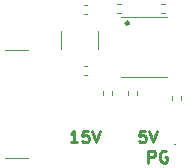
<source format=gbr>
%TF.GenerationSoftware,KiCad,Pcbnew,8.0.6-8.0.6-0~ubuntu24.04.1*%
%TF.CreationDate,2024-11-20T23:40:03+01:00*%
%TF.ProjectId,lumen_PD,6c756d65-6e5f-4504-942e-6b696361645f,rev?*%
%TF.SameCoordinates,Original*%
%TF.FileFunction,Legend,Top*%
%TF.FilePolarity,Positive*%
%FSLAX46Y46*%
G04 Gerber Fmt 4.6, Leading zero omitted, Abs format (unit mm)*
G04 Created by KiCad (PCBNEW 8.0.6-8.0.6-0~ubuntu24.04.1) date 2024-11-20 23:40:03*
%MOMM*%
%LPD*%
G01*
G04 APERTURE LIST*
%ADD10C,0.250000*%
%ADD11C,0.100000*%
%ADD12C,0.120000*%
G04 APERTURE END LIST*
D10*
X107259523Y-67614619D02*
X106783333Y-67614619D01*
X106783333Y-67614619D02*
X106735714Y-68090809D01*
X106735714Y-68090809D02*
X106783333Y-68043190D01*
X106783333Y-68043190D02*
X106878571Y-67995571D01*
X106878571Y-67995571D02*
X107116666Y-67995571D01*
X107116666Y-67995571D02*
X107211904Y-68043190D01*
X107211904Y-68043190D02*
X107259523Y-68090809D01*
X107259523Y-68090809D02*
X107307142Y-68186047D01*
X107307142Y-68186047D02*
X107307142Y-68424142D01*
X107307142Y-68424142D02*
X107259523Y-68519380D01*
X107259523Y-68519380D02*
X107211904Y-68567000D01*
X107211904Y-68567000D02*
X107116666Y-68614619D01*
X107116666Y-68614619D02*
X106878571Y-68614619D01*
X106878571Y-68614619D02*
X106783333Y-68567000D01*
X106783333Y-68567000D02*
X106735714Y-68519380D01*
X107592857Y-67614619D02*
X107926190Y-68614619D01*
X107926190Y-68614619D02*
X108259523Y-67614619D01*
X107538095Y-70314619D02*
X107538095Y-69314619D01*
X107538095Y-69314619D02*
X107919047Y-69314619D01*
X107919047Y-69314619D02*
X108014285Y-69362238D01*
X108014285Y-69362238D02*
X108061904Y-69409857D01*
X108061904Y-69409857D02*
X108109523Y-69505095D01*
X108109523Y-69505095D02*
X108109523Y-69647952D01*
X108109523Y-69647952D02*
X108061904Y-69743190D01*
X108061904Y-69743190D02*
X108014285Y-69790809D01*
X108014285Y-69790809D02*
X107919047Y-69838428D01*
X107919047Y-69838428D02*
X107538095Y-69838428D01*
X109061904Y-69362238D02*
X108966666Y-69314619D01*
X108966666Y-69314619D02*
X108823809Y-69314619D01*
X108823809Y-69314619D02*
X108680952Y-69362238D01*
X108680952Y-69362238D02*
X108585714Y-69457476D01*
X108585714Y-69457476D02*
X108538095Y-69552714D01*
X108538095Y-69552714D02*
X108490476Y-69743190D01*
X108490476Y-69743190D02*
X108490476Y-69886047D01*
X108490476Y-69886047D02*
X108538095Y-70076523D01*
X108538095Y-70076523D02*
X108585714Y-70171761D01*
X108585714Y-70171761D02*
X108680952Y-70267000D01*
X108680952Y-70267000D02*
X108823809Y-70314619D01*
X108823809Y-70314619D02*
X108919047Y-70314619D01*
X108919047Y-70314619D02*
X109061904Y-70267000D01*
X109061904Y-70267000D02*
X109109523Y-70219380D01*
X109109523Y-70219380D02*
X109109523Y-69886047D01*
X109109523Y-69886047D02*
X108919047Y-69886047D01*
X101530952Y-68614619D02*
X100959524Y-68614619D01*
X101245238Y-68614619D02*
X101245238Y-67614619D01*
X101245238Y-67614619D02*
X101150000Y-67757476D01*
X101150000Y-67757476D02*
X101054762Y-67852714D01*
X101054762Y-67852714D02*
X100959524Y-67900333D01*
X102435714Y-67614619D02*
X101959524Y-67614619D01*
X101959524Y-67614619D02*
X101911905Y-68090809D01*
X101911905Y-68090809D02*
X101959524Y-68043190D01*
X101959524Y-68043190D02*
X102054762Y-67995571D01*
X102054762Y-67995571D02*
X102292857Y-67995571D01*
X102292857Y-67995571D02*
X102388095Y-68043190D01*
X102388095Y-68043190D02*
X102435714Y-68090809D01*
X102435714Y-68090809D02*
X102483333Y-68186047D01*
X102483333Y-68186047D02*
X102483333Y-68424142D01*
X102483333Y-68424142D02*
X102435714Y-68519380D01*
X102435714Y-68519380D02*
X102388095Y-68567000D01*
X102388095Y-68567000D02*
X102292857Y-68614619D01*
X102292857Y-68614619D02*
X102054762Y-68614619D01*
X102054762Y-68614619D02*
X101959524Y-68567000D01*
X101959524Y-68567000D02*
X101911905Y-68519380D01*
X102769048Y-67614619D02*
X103102381Y-68614619D01*
X103102381Y-68614619D02*
X103435714Y-67614619D01*
D11*
%TO.C,D1*%
X109850000Y-68760000D02*
G75*
G02*
X109750000Y-68760000I-50000J0D01*
G01*
X109750000Y-68760000D02*
G75*
G02*
X109850000Y-68760000I50000J0D01*
G01*
D12*
%TO.C,R5*%
X105770000Y-64603641D02*
X105770000Y-64296359D01*
X106530000Y-64603641D02*
X106530000Y-64296359D01*
%TO.C,J1*%
X95405000Y-69912500D02*
X97325000Y-69912500D01*
X97325000Y-60752500D02*
X95405000Y-60752500D01*
%TO.C,R4*%
X103670000Y-64296359D02*
X103670000Y-64603641D01*
X104430000Y-64296359D02*
X104430000Y-64603641D01*
%TO.C,U1*%
X107150000Y-57967500D02*
X105200000Y-57967500D01*
X107150000Y-57967500D02*
X109100000Y-57967500D01*
X107150000Y-63087500D02*
X105200000Y-63087500D01*
X107150000Y-63087500D02*
X109100000Y-63087500D01*
D10*
X105875000Y-58527500D02*
G75*
G02*
X105625000Y-58527500I-125000J0D01*
G01*
X105625000Y-58527500D02*
G75*
G02*
X105875000Y-58527500I125000J0D01*
G01*
D12*
%TO.C,R2*%
X105203641Y-56922500D02*
X104896359Y-56922500D01*
X105203641Y-57682500D02*
X104896359Y-57682500D01*
%TO.C,U2*%
X100155000Y-59940000D02*
X100155000Y-59140000D01*
X100155000Y-59940000D02*
X100155000Y-60740000D01*
X103275000Y-59940000D02*
X103275000Y-59140000D01*
X103275000Y-59940000D02*
X103275000Y-60740000D01*
%TO.C,C3*%
X102107164Y-62180000D02*
X102322836Y-62180000D01*
X102107164Y-62900000D02*
X102322836Y-62900000D01*
%TO.C,C2*%
X102107164Y-56980000D02*
X102322836Y-56980000D01*
X102107164Y-57700000D02*
X102322836Y-57700000D01*
%TO.C,R3*%
X108903641Y-56920000D02*
X108596359Y-56920000D01*
X108903641Y-57680000D02*
X108596359Y-57680000D01*
%TO.C,R1*%
X109520000Y-65003641D02*
X109520000Y-64696359D01*
X110280000Y-65003641D02*
X110280000Y-64696359D01*
%TD*%
M02*

</source>
